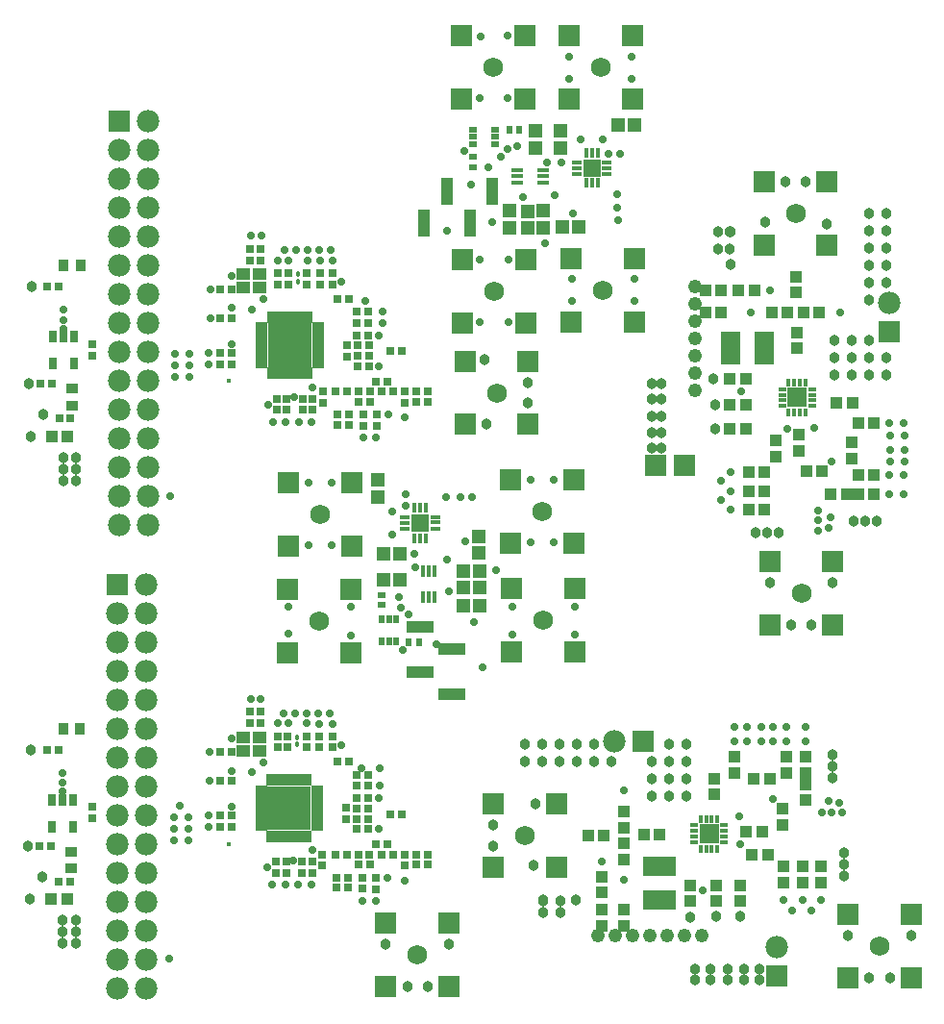
<source format=gts>
%FSLAX25Y25*%
%MOIN*%
G70*
G01*
G75*
G04 Layer_Color=8388736*
%ADD10R,0.07000X0.07000*%
%ADD11C,0.06000*%
%ADD12R,0.07000X0.07000*%
%ADD13R,0.06850X0.06850*%
%ADD14R,0.02756X0.03543*%
%ADD15R,0.03543X0.02756*%
%ADD16R,0.02362X0.01969*%
%ADD17R,0.03740X0.03347*%
%ADD18R,0.01969X0.02362*%
%ADD19R,0.14600X0.14600*%
%ADD20R,0.01102X0.03347*%
%ADD21R,0.03347X0.01102*%
%ADD22R,0.02362X0.03347*%
%ADD23R,0.03150X0.03543*%
%ADD24R,0.10630X0.06299*%
%ADD25R,0.03543X0.03150*%
%ADD26R,0.06850X0.06850*%
%ADD27R,0.05906X0.05906*%
%ADD28R,0.00394X0.00394*%
%ADD29R,0.02520X0.01102*%
%ADD30R,0.09016X0.03504*%
%ADD31R,0.03740X0.03740*%
%ADD32R,0.01024X0.03152*%
%ADD33R,0.01555X0.01969*%
%ADD34R,0.00906X0.02953*%
%ADD35R,0.02953X0.00906*%
%ADD36R,0.03740X0.03740*%
%ADD37R,0.01969X0.01575*%
%ADD38R,0.01575X0.01969*%
%ADD39R,0.06299X0.10630*%
%ADD40R,0.05906X0.05906*%
%ADD41R,0.00394X0.00394*%
%ADD42R,0.01102X0.02520*%
%ADD43R,0.01969X0.01555*%
%ADD44R,0.03152X0.01024*%
%ADD45R,0.03504X0.09016*%
%ADD46C,0.02000*%
%ADD47C,0.01800*%
%ADD48C,0.00800*%
%ADD49C,0.01200*%
%ADD50C,0.01000*%
%ADD51C,0.04000*%
%ADD52C,0.02500*%
%ADD53C,0.01600*%
%ADD54C,0.01400*%
%ADD55C,0.03000*%
%ADD56C,0.03500*%
%ADD57R,0.08000X0.04000*%
%ADD58R,0.06127X0.02573*%
%ADD59R,0.02300X0.05200*%
%ADD60R,0.11500X0.03000*%
%ADD61R,0.22500X0.04500*%
%ADD62R,0.06500X0.07500*%
%ADD63R,0.10500X0.12500*%
%ADD64R,0.09500X0.14000*%
%ADD65R,0.02500X0.03000*%
%ADD66R,0.00532X0.00500*%
%ADD67R,0.01300X0.01400*%
%ADD68R,0.00469X0.00500*%
%ADD69R,0.01500X0.01432*%
%ADD70R,0.01102X0.02520*%
%ADD71R,0.11000X0.07500*%
%ADD72R,0.30764X0.02754*%
%ADD73R,0.06000X0.03747*%
%ADD74R,0.24764X0.03746*%
%ADD75R,0.15000X0.10600*%
%ADD76R,0.07000X0.15000*%
%ADD77R,0.40000X0.14000*%
%ADD78R,0.21500X0.25500*%
%ADD79R,0.34000X0.08500*%
%ADD80R,0.06000X0.14000*%
%ADD81R,0.18736X0.08500*%
%ADD82R,0.18000X0.07000*%
%ADD83R,0.09000X0.04500*%
%ADD84R,0.05197X0.05197*%
%ADD85R,0.04500X0.09000*%
%ADD86R,0.07000X0.18000*%
%ADD87R,0.08500X0.18736*%
%ADD88R,0.14000X0.06000*%
%ADD89R,0.03746X0.06000*%
%ADD90R,0.08500X0.34000*%
%ADD91R,0.25500X0.21500*%
%ADD92R,0.14000X0.40000*%
%ADD93R,0.15000X0.07000*%
%ADD94R,0.10600X0.15000*%
%ADD95R,0.03746X0.24764*%
%ADD96R,0.02754X0.30764*%
%ADD97R,0.02300X0.05100*%
%ADD98R,0.02520X0.01102*%
%ADD99R,0.07500X0.11000*%
%ADD100R,0.00958X0.00358*%
%ADD101R,0.04000X0.03142*%
%ADD102R,0.03500X0.04000*%
%ADD103C,0.07000*%
%ADD104C,0.02000*%
%ADD105C,0.03000*%
%ADD106C,0.01000*%
%ADD107C,0.00800*%
%ADD108C,0.04000*%
%ADD109C,0.01299*%
%ADD110C,0.05000*%
%ADD111C,0.09200*%
%ADD112C,0.08200*%
%ADD113C,0.05000*%
%ADD114C,0.05500*%
%ADD115C,0.04800*%
%ADD116C,0.05299*%
%ADD117C,0.00984*%
%ADD118C,0.00787*%
%ADD119C,0.00600*%
%ADD120C,0.00200*%
%ADD121C,0.00100*%
%ADD122C,0.00500*%
%ADD123R,0.00100X0.00100*%
%ADD124R,0.07800X0.07800*%
%ADD125C,0.06800*%
%ADD126R,0.07800X0.07800*%
%ADD127R,0.07650X0.07650*%
%ADD128R,0.03556X0.04343*%
%ADD129R,0.04343X0.03556*%
%ADD130R,0.03162X0.02769*%
%ADD131R,0.04540X0.04147*%
%ADD132R,0.02769X0.03162*%
%ADD133R,0.01902X0.04147*%
%ADD134R,0.04147X0.01902*%
%ADD135R,0.03162X0.04147*%
%ADD136R,0.03950X0.04343*%
%ADD137R,0.11430X0.07099*%
%ADD138R,0.04343X0.03950*%
%ADD139R,0.07650X0.07650*%
%ADD140R,0.06706X0.06706*%
%ADD141R,0.02913X0.01496*%
%ADD142R,0.09816X0.04304*%
%ADD143R,0.04540X0.04540*%
%ADD144R,0.01824X0.03952*%
%ADD145R,0.02355X0.02769*%
%ADD146R,0.01706X0.03753*%
%ADD147R,0.03753X0.01706*%
%ADD148R,0.04540X0.04540*%
%ADD149R,0.02769X0.02375*%
%ADD150R,0.02375X0.02769*%
%ADD151R,0.07099X0.11430*%
%ADD152R,0.06706X0.06706*%
%ADD153R,0.01496X0.02913*%
%ADD154R,0.02769X0.02355*%
%ADD155R,0.03952X0.01824*%
%ADD156R,0.04304X0.09816*%
%ADD157R,0.01496X0.02913*%
%ADD158R,0.05997X0.05997*%
%ADD159R,0.02913X0.01496*%
%ADD160C,0.07800*%
%ADD161C,0.02800*%
%ADD162C,0.03800*%
%ADD163C,0.01800*%
%ADD164C,0.01600*%
%ADD165C,0.02099*%
G36*
X312423Y393545D02*
X310770D01*
Y397443D01*
X312423D01*
Y393545D01*
D02*
G37*
G36*
X310454D02*
X308801D01*
Y397443D01*
X310454D01*
Y393545D01*
D02*
G37*
G36*
X314392D02*
X312739D01*
Y397443D01*
X314392D01*
Y393545D01*
D02*
G37*
G36*
X318330D02*
X316677D01*
Y397443D01*
X318330D01*
Y393545D01*
D02*
G37*
G36*
X316361D02*
X314708D01*
Y397443D01*
X316361D01*
Y393545D01*
D02*
G37*
G36*
X326243Y389844D02*
X322345D01*
Y391498D01*
X326243D01*
Y389844D01*
D02*
G37*
G36*
X306755D02*
X302857D01*
Y391498D01*
X306755D01*
Y389844D01*
D02*
G37*
G36*
Y391813D02*
X302857D01*
Y393466D01*
X306755D01*
Y391813D01*
D02*
G37*
G36*
X308485Y393545D02*
X306832D01*
Y397443D01*
X308485D01*
Y393545D01*
D02*
G37*
G36*
X326243Y391813D02*
X322345D01*
Y393466D01*
X326243D01*
Y391813D01*
D02*
G37*
G36*
X316538Y534557D02*
X314884D01*
Y538455D01*
X316538D01*
Y534557D01*
D02*
G37*
G36*
X314569D02*
X312915D01*
Y538455D01*
X314569D01*
Y534557D01*
D02*
G37*
G36*
X318507D02*
X316853D01*
Y538455D01*
X318507D01*
Y534557D01*
D02*
G37*
G36*
X322445D02*
X320792D01*
Y538455D01*
X322445D01*
Y534557D01*
D02*
G37*
G36*
X320476D02*
X318823D01*
Y538455D01*
X320476D01*
Y534557D01*
D02*
G37*
G36*
X322268Y393545D02*
X320615D01*
Y397443D01*
X322268D01*
Y393545D01*
D02*
G37*
G36*
X320299D02*
X318646D01*
Y397443D01*
X320299D01*
Y393545D01*
D02*
G37*
G36*
X308662Y534557D02*
X307009D01*
Y538455D01*
X308662D01*
Y534557D01*
D02*
G37*
G36*
X312600D02*
X310946D01*
Y538455D01*
X312600D01*
Y534557D01*
D02*
G37*
G36*
X310631D02*
X308978D01*
Y538455D01*
X310631D01*
Y534557D01*
D02*
G37*
G36*
X326243Y387876D02*
X322345D01*
Y389529D01*
X326243D01*
Y387876D01*
D02*
G37*
G36*
X320299Y374057D02*
X318646D01*
Y377955D01*
X320299D01*
Y374057D01*
D02*
G37*
G36*
X318330D02*
X316677D01*
Y377955D01*
X318330D01*
Y374057D01*
D02*
G37*
G36*
X322268D02*
X320615D01*
Y377955D01*
X322268D01*
Y374057D01*
D02*
G37*
G36*
X326243Y378033D02*
X322345D01*
Y379687D01*
X326243D01*
Y378033D01*
D02*
G37*
G36*
X306755D02*
X302857D01*
Y379687D01*
X306755D01*
Y378033D01*
D02*
G37*
G36*
X310454Y374057D02*
X308801D01*
Y377955D01*
X310454D01*
Y374057D01*
D02*
G37*
G36*
X308485D02*
X306832D01*
Y377955D01*
X308485D01*
Y374057D01*
D02*
G37*
G36*
X312423D02*
X310770D01*
Y377955D01*
X312423D01*
Y374057D01*
D02*
G37*
G36*
X316361D02*
X314708D01*
Y377955D01*
X316361D01*
Y374057D01*
D02*
G37*
G36*
X314392D02*
X312739D01*
Y377955D01*
X314392D01*
Y374057D01*
D02*
G37*
G36*
X326243Y383939D02*
X322345D01*
Y385593D01*
X326243D01*
Y383939D01*
D02*
G37*
G36*
X306755D02*
X302857D01*
Y385593D01*
X306755D01*
Y383939D01*
D02*
G37*
G36*
Y385908D02*
X302857D01*
Y387561D01*
X306755D01*
Y385908D01*
D02*
G37*
G36*
Y387876D02*
X302857D01*
Y389529D01*
X306755D01*
Y387876D01*
D02*
G37*
G36*
X326243Y385908D02*
X322345D01*
Y387561D01*
X326243D01*
Y385908D01*
D02*
G37*
G36*
X306755Y380002D02*
X302857D01*
Y381656D01*
X306755D01*
Y380002D01*
D02*
G37*
G36*
X322100Y391187D02*
Y389613D01*
Y388087D01*
Y386513D01*
Y384987D01*
Y383413D01*
Y381887D01*
Y380313D01*
Y378200D01*
X307000D01*
Y380313D01*
Y381887D01*
Y383413D01*
Y384987D01*
Y386513D01*
Y388087D01*
Y389613D01*
Y391187D01*
Y393300D01*
X322100D01*
Y391187D01*
D02*
G37*
G36*
X326243Y380002D02*
X322345D01*
Y381656D01*
X326243D01*
Y380002D01*
D02*
G37*
G36*
Y381971D02*
X322345D01*
Y383624D01*
X326243D01*
Y381971D01*
D02*
G37*
G36*
X306755D02*
X302857D01*
Y383624D01*
X306755D01*
Y381971D01*
D02*
G37*
G36*
X326420Y544439D02*
X322522D01*
Y546093D01*
X326420D01*
Y544439D01*
D02*
G37*
G36*
X306931Y546408D02*
X303034D01*
Y548061D01*
X306931D01*
Y546408D01*
D02*
G37*
G36*
X326420D02*
X322522D01*
Y548061D01*
X326420D01*
Y546408D01*
D02*
G37*
G36*
X310631Y554045D02*
X308978D01*
Y557943D01*
X310631D01*
Y554045D01*
D02*
G37*
G36*
X308662D02*
X307009D01*
Y557943D01*
X308662D01*
Y554045D01*
D02*
G37*
G36*
X306931Y544439D02*
X303034D01*
Y546093D01*
X306931D01*
Y544439D01*
D02*
G37*
G36*
Y550345D02*
X303034D01*
Y551998D01*
X306931D01*
Y550345D01*
D02*
G37*
G36*
Y548376D02*
X303034D01*
Y550030D01*
X306931D01*
Y548376D01*
D02*
G37*
G36*
X326420D02*
X322522D01*
Y550030D01*
X326420D01*
Y548376D01*
D02*
G37*
G36*
Y552313D02*
X322522D01*
Y553967D01*
X326420D01*
Y552313D01*
D02*
G37*
G36*
X306931D02*
X303034D01*
Y553967D01*
X306931D01*
Y552313D01*
D02*
G37*
G36*
X326420Y550345D02*
X322522D01*
Y551998D01*
X326420D01*
Y550345D01*
D02*
G37*
G36*
X312600Y554045D02*
X310946D01*
Y557943D01*
X312600D01*
Y554045D01*
D02*
G37*
G36*
X306931Y540502D02*
X303034D01*
Y542156D01*
X306931D01*
Y540502D01*
D02*
G37*
G36*
X326420D02*
X322522D01*
Y542156D01*
X326420D01*
Y540502D01*
D02*
G37*
G36*
X322445Y554045D02*
X320792D01*
Y557943D01*
X322445D01*
Y554045D01*
D02*
G37*
G36*
X326420Y538533D02*
X322522D01*
Y540187D01*
X326420D01*
Y538533D01*
D02*
G37*
G36*
X306931D02*
X303034D01*
Y540187D01*
X306931D01*
Y538533D01*
D02*
G37*
G36*
X322277Y551687D02*
Y550113D01*
Y548587D01*
Y547013D01*
Y545487D01*
Y543913D01*
Y542387D01*
Y540813D01*
Y538700D01*
X307177D01*
Y540813D01*
Y542387D01*
Y543913D01*
Y545487D01*
Y547013D01*
Y548587D01*
Y550113D01*
Y551687D01*
Y553800D01*
X322277D01*
Y551687D01*
D02*
G37*
G36*
X306931Y542471D02*
X303034D01*
Y544124D01*
X306931D01*
Y542471D01*
D02*
G37*
G36*
X326420D02*
X322522D01*
Y544124D01*
X326420D01*
Y542471D01*
D02*
G37*
G36*
X314569Y554045D02*
X312915D01*
Y557943D01*
X314569D01*
Y554045D01*
D02*
G37*
G36*
X318507D02*
X316853D01*
Y557943D01*
X318507D01*
Y554045D01*
D02*
G37*
G36*
X320476D02*
X318823D01*
Y557943D01*
X320476D01*
Y554045D01*
D02*
G37*
G36*
X316538D02*
X314884D01*
Y557943D01*
X316538D01*
Y554045D01*
D02*
G37*
%LPC*%
G36*
X313964Y551687D02*
X312389D01*
Y550113D01*
X313964D01*
Y551687D01*
D02*
G37*
G36*
X310687Y384987D02*
X309113D01*
Y383413D01*
X310687D01*
Y384987D01*
D02*
G37*
G36*
X316887D02*
X315313D01*
Y383413D01*
X316887D01*
Y384987D01*
D02*
G37*
G36*
X313787D02*
X312213D01*
Y383413D01*
X313787D01*
Y384987D01*
D02*
G37*
G36*
Y381887D02*
X312213D01*
Y380313D01*
X313787D01*
Y381887D01*
D02*
G37*
G36*
X310687D02*
X309113D01*
Y380313D01*
X310687D01*
Y381887D01*
D02*
G37*
G36*
X320164Y551687D02*
X318589D01*
Y550113D01*
X320164D01*
Y551687D01*
D02*
G37*
G36*
X317064D02*
X315489D01*
Y550113D01*
X317064D01*
Y551687D01*
D02*
G37*
G36*
X319987Y381887D02*
X318413D01*
Y380313D01*
X319987D01*
Y381887D01*
D02*
G37*
G36*
X316887D02*
X315313D01*
Y380313D01*
X316887D01*
Y381887D01*
D02*
G37*
G36*
X320164Y545487D02*
X318589D01*
Y543913D01*
X320164D01*
Y545487D01*
D02*
G37*
G36*
X317064D02*
X315489D01*
Y543913D01*
X317064D01*
Y545487D01*
D02*
G37*
G36*
X310864Y548587D02*
X309289D01*
Y547013D01*
X310864D01*
Y548587D01*
D02*
G37*
G36*
X316887Y391187D02*
X315313D01*
Y389613D01*
X316887D01*
Y391187D01*
D02*
G37*
G36*
X319987D02*
X318413D01*
Y389613D01*
X319987D01*
Y391187D01*
D02*
G37*
G36*
X313964Y545487D02*
X312389D01*
Y543913D01*
X313964D01*
Y545487D01*
D02*
G37*
G36*
Y542387D02*
X312389D01*
Y540813D01*
X313964D01*
Y542387D01*
D02*
G37*
G36*
X310864D02*
X309289D01*
Y540813D01*
X310864D01*
Y542387D01*
D02*
G37*
G36*
X317064D02*
X315489D01*
Y540813D01*
X317064D01*
Y542387D01*
D02*
G37*
G36*
X310864Y545487D02*
X309289D01*
Y543913D01*
X310864D01*
Y545487D01*
D02*
G37*
G36*
X320164Y542387D02*
X318589D01*
Y540813D01*
X320164D01*
Y542387D01*
D02*
G37*
G36*
X310687Y388087D02*
X309113D01*
Y386513D01*
X310687D01*
Y388087D01*
D02*
G37*
G36*
X313787D02*
X312213D01*
Y386513D01*
X313787D01*
Y388087D01*
D02*
G37*
G36*
X320164Y548587D02*
X318589D01*
Y547013D01*
X320164D01*
Y548587D01*
D02*
G37*
G36*
X319987Y384987D02*
X318413D01*
Y383413D01*
X319987D01*
Y384987D01*
D02*
G37*
G36*
X310864Y551687D02*
X309289D01*
Y550113D01*
X310864D01*
Y551687D01*
D02*
G37*
G36*
X316887Y388087D02*
X315313D01*
Y386513D01*
X316887D01*
Y388087D01*
D02*
G37*
G36*
X310687Y391187D02*
X309113D01*
Y389613D01*
X310687D01*
Y391187D01*
D02*
G37*
G36*
X313787D02*
X312213D01*
Y389613D01*
X313787D01*
Y391187D01*
D02*
G37*
G36*
X313964Y548587D02*
X312389D01*
Y547013D01*
X313964D01*
Y548587D01*
D02*
G37*
G36*
X319987Y388087D02*
X318413D01*
Y386513D01*
X319987D01*
Y388087D01*
D02*
G37*
G36*
X317064Y548587D02*
X315489D01*
Y547013D01*
X317064D01*
Y548587D01*
D02*
G37*
%LPD*%
D28*
X457193Y372152D02*
D03*
X459161D02*
D03*
X461130Y371955D02*
D03*
X463098D02*
D03*
X457193Y382191D02*
D03*
X459161D02*
D03*
X461130D02*
D03*
X463098Y381994D02*
D03*
D41*
X486005Y531069D02*
D03*
Y529100D02*
D03*
X485808Y527132D02*
D03*
Y525163D02*
D03*
X496044Y531069D02*
D03*
Y529100D02*
D03*
Y527132D02*
D03*
X495848Y525163D02*
D03*
D115*
X421764Y341547D02*
D03*
X427764D02*
D03*
X433764D02*
D03*
X439764D02*
D03*
X445764D02*
D03*
X451764D02*
D03*
X457764D02*
D03*
X455400Y530498D02*
D03*
Y536498D02*
D03*
Y542498D02*
D03*
Y548498D02*
D03*
Y554498D02*
D03*
Y560498D02*
D03*
Y566498D02*
D03*
D123*
X314550Y385750D02*
D03*
X314727Y546250D02*
D03*
D124*
X314205Y498752D02*
D03*
X336205D02*
D03*
Y476752D02*
D03*
X314205D02*
D03*
X391272Y499638D02*
D03*
X413272D02*
D03*
Y477638D02*
D03*
X391272D02*
D03*
X314008Y461646D02*
D03*
X336008D02*
D03*
Y439646D02*
D03*
X314008D02*
D03*
X374619Y575960D02*
D03*
X396619D02*
D03*
Y553960D02*
D03*
X374619D02*
D03*
X255097Y463297D02*
D03*
X437264Y408923D02*
D03*
X441777Y504498D02*
D03*
X451777D02*
D03*
X255597Y623797D02*
D03*
D125*
X325205Y487752D02*
D03*
X402272Y488638D02*
D03*
X325008Y450646D02*
D03*
X402740Y450819D02*
D03*
X385619Y564960D02*
D03*
X385446Y642692D02*
D03*
X422552Y642495D02*
D03*
X423438Y565428D02*
D03*
X359053Y334861D02*
D03*
X519225Y338025D02*
D03*
X396300Y376300D02*
D03*
X386527Y529750D02*
D03*
X492154Y460261D02*
D03*
X490154Y591961D02*
D03*
D126*
X391740Y439819D02*
D03*
Y461819D02*
D03*
X413740D02*
D03*
Y439819D02*
D03*
X396446Y653692D02*
D03*
Y631692D02*
D03*
X374446D02*
D03*
Y653692D02*
D03*
X433552Y653495D02*
D03*
Y631495D02*
D03*
X411552D02*
D03*
Y653495D02*
D03*
X434438Y576428D02*
D03*
Y554428D02*
D03*
X412438D02*
D03*
Y576428D02*
D03*
X483700Y327500D02*
D03*
X522777Y550998D02*
D03*
D127*
X348129Y323936D02*
D03*
Y345786D02*
D03*
X369978D02*
D03*
Y323936D02*
D03*
X508300Y327100D02*
D03*
Y348950D02*
D03*
X530150D02*
D03*
Y327100D02*
D03*
X481228Y449336D02*
D03*
Y471186D02*
D03*
X503079D02*
D03*
Y449336D02*
D03*
X479228Y581036D02*
D03*
Y602886D02*
D03*
X501079D02*
D03*
Y581036D02*
D03*
D128*
X236144Y413297D02*
D03*
X242050D02*
D03*
X236321Y573797D02*
D03*
X242227D02*
D03*
D129*
X239097Y370750D02*
D03*
Y364844D02*
D03*
X239274Y531250D02*
D03*
Y525345D02*
D03*
D130*
X348518Y373250D02*
D03*
X344582D02*
D03*
X290581Y405250D02*
D03*
X294518D02*
D03*
X290581Y395250D02*
D03*
X294518D02*
D03*
X290581Y383250D02*
D03*
X294518D02*
D03*
X294518Y379250D02*
D03*
X290581D02*
D03*
X331255Y401900D02*
D03*
X335192D02*
D03*
X338082Y393750D02*
D03*
X342019D02*
D03*
X338082Y397250D02*
D03*
X342019D02*
D03*
X331082Y358250D02*
D03*
X335018D02*
D03*
X342019Y381950D02*
D03*
X338082D02*
D03*
X338082Y389250D02*
D03*
X342019D02*
D03*
X358581Y366250D02*
D03*
X362519D02*
D03*
X338519Y369750D02*
D03*
X342456D02*
D03*
X330550Y369750D02*
D03*
X334487D02*
D03*
X230529Y405997D02*
D03*
X234466D02*
D03*
X231966Y372497D02*
D03*
X228029D02*
D03*
X234629Y360297D02*
D03*
X238566D02*
D03*
X338082Y378550D02*
D03*
X342019D02*
D03*
X342019Y385750D02*
D03*
X338082D02*
D03*
X362519Y369750D02*
D03*
X358581D02*
D03*
X346582Y369750D02*
D03*
X350518D02*
D03*
X342518Y366250D02*
D03*
X338581D02*
D03*
X353519Y383750D02*
D03*
X349582D02*
D03*
X331082Y361750D02*
D03*
X335018D02*
D03*
X348695Y533750D02*
D03*
X344758D02*
D03*
X290758Y565750D02*
D03*
X294695D02*
D03*
X290758Y555750D02*
D03*
X294695D02*
D03*
X290758Y543750D02*
D03*
X294695D02*
D03*
X294695Y539750D02*
D03*
X290758D02*
D03*
X331432Y562400D02*
D03*
X335368D02*
D03*
X338032Y554000D02*
D03*
X341968D02*
D03*
X338032Y558000D02*
D03*
X341968D02*
D03*
X331258Y518750D02*
D03*
X335195D02*
D03*
X342195Y542450D02*
D03*
X338258D02*
D03*
X338032Y549700D02*
D03*
X341968D02*
D03*
X358758Y526750D02*
D03*
X362695D02*
D03*
X338695Y530250D02*
D03*
X342632D02*
D03*
X330727Y530250D02*
D03*
X334664D02*
D03*
X230705Y566497D02*
D03*
X234643D02*
D03*
X232142Y532997D02*
D03*
X228205D02*
D03*
X234805Y520797D02*
D03*
X238742D02*
D03*
X338258Y539050D02*
D03*
X342195D02*
D03*
X342195Y546250D02*
D03*
X338258D02*
D03*
X362695Y530250D02*
D03*
X358758D02*
D03*
X346758Y530250D02*
D03*
X350695D02*
D03*
X342695Y526750D02*
D03*
X338758D02*
D03*
X353695Y544250D02*
D03*
X349758D02*
D03*
X331258Y522250D02*
D03*
X335195D02*
D03*
D131*
X298550Y410278D02*
D03*
X304259D02*
D03*
Y405750D02*
D03*
X298550D02*
D03*
X298727Y570778D02*
D03*
X304435D02*
D03*
Y566250D02*
D03*
X298727D02*
D03*
D132*
X314050Y406781D02*
D03*
Y410718D02*
D03*
X300873Y419187D02*
D03*
Y415250D02*
D03*
X304550Y419187D02*
D03*
Y415250D02*
D03*
X310550Y410718D02*
D03*
Y406781D02*
D03*
X320550Y410718D02*
D03*
X320550Y406781D02*
D03*
X325050Y410718D02*
D03*
Y406781D02*
D03*
X329550Y410718D02*
D03*
Y406781D02*
D03*
X313550Y367218D02*
D03*
Y363281D02*
D03*
X310050Y367218D02*
D03*
Y363281D02*
D03*
X322550Y367218D02*
D03*
Y363281D02*
D03*
X340023Y361769D02*
D03*
Y357832D02*
D03*
X344623Y361668D02*
D03*
Y357732D02*
D03*
X354550Y369719D02*
D03*
Y365781D02*
D03*
X326050Y369719D02*
D03*
Y365781D02*
D03*
X334450Y385819D02*
D03*
Y381881D02*
D03*
X246223Y386169D02*
D03*
Y382231D02*
D03*
X319050Y367218D02*
D03*
Y363281D02*
D03*
X314227Y567281D02*
D03*
Y571218D02*
D03*
X301050Y579687D02*
D03*
Y575750D02*
D03*
X304727Y579687D02*
D03*
Y575750D02*
D03*
X310727Y571218D02*
D03*
Y567281D02*
D03*
X320727Y571218D02*
D03*
X320727Y567281D02*
D03*
X325227Y571218D02*
D03*
Y567281D02*
D03*
X329727Y571218D02*
D03*
Y567281D02*
D03*
X313727Y527718D02*
D03*
Y523781D02*
D03*
X310227Y527718D02*
D03*
Y523781D02*
D03*
X322727Y527718D02*
D03*
Y523781D02*
D03*
X340200Y522268D02*
D03*
Y518331D02*
D03*
X344800Y522168D02*
D03*
Y518231D02*
D03*
X354727Y530219D02*
D03*
Y526281D02*
D03*
X326227Y530219D02*
D03*
Y526281D02*
D03*
X334627Y546318D02*
D03*
Y542381D02*
D03*
X319227Y527718D02*
D03*
Y523781D02*
D03*
X246400Y546668D02*
D03*
Y542732D02*
D03*
D133*
X307659Y395494D02*
D03*
X309628D02*
D03*
X311596D02*
D03*
X313565D02*
D03*
X315534D02*
D03*
X317503D02*
D03*
X319473D02*
D03*
X321442D02*
D03*
Y376006D02*
D03*
X319473D02*
D03*
X317503D02*
D03*
X315534D02*
D03*
X313565D02*
D03*
X311596D02*
D03*
X309628D02*
D03*
X307659D02*
D03*
X307835Y555994D02*
D03*
X309804D02*
D03*
X311773D02*
D03*
X313742D02*
D03*
X315711D02*
D03*
X317680D02*
D03*
X319649D02*
D03*
X321618D02*
D03*
Y536506D02*
D03*
X319649D02*
D03*
X317680D02*
D03*
X315711D02*
D03*
X313742D02*
D03*
X311773D02*
D03*
X309804D02*
D03*
X307835D02*
D03*
D134*
X324294Y392640D02*
D03*
Y390671D02*
D03*
Y388703D02*
D03*
Y386734D02*
D03*
Y384766D02*
D03*
Y382797D02*
D03*
Y380829D02*
D03*
Y378860D02*
D03*
X304806D02*
D03*
Y380829D02*
D03*
Y382797D02*
D03*
Y384766D02*
D03*
Y386734D02*
D03*
Y388703D02*
D03*
Y390671D02*
D03*
Y392640D02*
D03*
X324471Y553140D02*
D03*
Y551171D02*
D03*
Y549203D02*
D03*
Y547234D02*
D03*
Y545266D02*
D03*
Y543297D02*
D03*
Y541329D02*
D03*
Y539360D02*
D03*
X304983D02*
D03*
Y541329D02*
D03*
Y543297D02*
D03*
Y545266D02*
D03*
Y547234D02*
D03*
Y549203D02*
D03*
Y551171D02*
D03*
Y553140D02*
D03*
D135*
X239785Y379320D02*
D03*
X232304D02*
D03*
Y388769D02*
D03*
X236045D02*
D03*
X239785D02*
D03*
X239961Y539820D02*
D03*
X232481D02*
D03*
Y549269D02*
D03*
X236221D02*
D03*
X239961D02*
D03*
D136*
X237479Y354200D02*
D03*
X231967D02*
D03*
X418244Y376300D02*
D03*
X423756D02*
D03*
X473008Y377547D02*
D03*
X478520D02*
D03*
X437544Y376700D02*
D03*
X443056D02*
D03*
X480520Y369547D02*
D03*
X475008D02*
D03*
X475744Y395800D02*
D03*
X481256D02*
D03*
X475910Y565261D02*
D03*
X470398D02*
D03*
X467398Y517261D02*
D03*
X472909D02*
D03*
X467398Y525761D02*
D03*
X472909D02*
D03*
X467398Y534761D02*
D03*
X472909D02*
D03*
X458898Y565261D02*
D03*
X464409D02*
D03*
X473898Y489261D02*
D03*
X479410D02*
D03*
X473898Y495761D02*
D03*
X479410D02*
D03*
X473898Y502261D02*
D03*
X479410D02*
D03*
X458898Y557761D02*
D03*
X464409D02*
D03*
X492898D02*
D03*
X498410D02*
D03*
X487409Y557761D02*
D03*
X481898D02*
D03*
X507909Y494761D02*
D03*
X502398D02*
D03*
X511898Y494761D02*
D03*
X517410D02*
D03*
X511898Y501261D02*
D03*
X517410D02*
D03*
X511898Y519261D02*
D03*
X517410D02*
D03*
X504398Y526261D02*
D03*
X509909D02*
D03*
X493898Y502761D02*
D03*
X499409D02*
D03*
X237656Y514700D02*
D03*
X232144D02*
D03*
D137*
X443000Y365587D02*
D03*
Y353776D02*
D03*
D138*
X423000Y362056D02*
D03*
Y356544D02*
D03*
X471000Y353544D02*
D03*
Y359056D02*
D03*
X462500Y353544D02*
D03*
Y359056D02*
D03*
X453500Y353544D02*
D03*
Y359056D02*
D03*
X423000Y345044D02*
D03*
Y350556D02*
D03*
X499000Y360044D02*
D03*
Y365556D02*
D03*
X492500Y360044D02*
D03*
Y365556D02*
D03*
X486000Y360044D02*
D03*
Y365556D02*
D03*
X430500Y345044D02*
D03*
Y350556D02*
D03*
Y379044D02*
D03*
Y384556D02*
D03*
X430500Y373556D02*
D03*
Y368044D02*
D03*
X493500Y394056D02*
D03*
Y388544D02*
D03*
X493500Y398044D02*
D03*
Y403556D02*
D03*
X487000Y398044D02*
D03*
Y403556D02*
D03*
X469000Y398044D02*
D03*
Y403556D02*
D03*
X462000Y390544D02*
D03*
Y396056D02*
D03*
X485500Y380044D02*
D03*
Y385556D02*
D03*
X490154Y570017D02*
D03*
Y564505D02*
D03*
X491400Y515253D02*
D03*
Y509742D02*
D03*
X490554Y550717D02*
D03*
Y545205D02*
D03*
X483400Y507742D02*
D03*
Y513253D02*
D03*
X509654Y512517D02*
D03*
Y507005D02*
D03*
D139*
X407225Y365375D02*
D03*
X385375D02*
D03*
Y387225D02*
D03*
X407225D02*
D03*
X375602Y540675D02*
D03*
X397452D02*
D03*
Y518825D02*
D03*
X375602D02*
D03*
D140*
X460146Y376876D02*
D03*
D141*
X465264Y379829D02*
D03*
Y377860D02*
D03*
Y375892D02*
D03*
X465264Y373923D02*
D03*
X455027Y379829D02*
D03*
Y377860D02*
D03*
Y375892D02*
D03*
Y373923D02*
D03*
D142*
X360016Y432988D02*
D03*
X371000Y425114D02*
D03*
X360016Y448736D02*
D03*
X371000Y440862D02*
D03*
D143*
X375008Y462358D02*
D03*
X380716D02*
D03*
X352961Y473874D02*
D03*
X347252D02*
D03*
X352961Y465016D02*
D03*
X347252D02*
D03*
X380618Y467969D02*
D03*
X374909D02*
D03*
Y456059D02*
D03*
X380618D02*
D03*
X414875Y587377D02*
D03*
X409166D02*
D03*
X428556Y622515D02*
D03*
X434265D02*
D03*
D144*
X360874Y458813D02*
D03*
X362921D02*
D03*
X364968D02*
D03*
X360874Y467870D02*
D03*
X362921D02*
D03*
X364968D02*
D03*
D145*
X346661Y451138D02*
D03*
Y443657D02*
D03*
X349220D02*
D03*
X351780D02*
D03*
X349220Y451138D02*
D03*
X351780D02*
D03*
D146*
X362016Y479386D02*
D03*
X360047D02*
D03*
X358079D02*
D03*
X362016Y489819D02*
D03*
X360047D02*
D03*
X358079D02*
D03*
X417532Y612968D02*
D03*
X419501D02*
D03*
X421469D02*
D03*
X417532Y602535D02*
D03*
X419599Y602495D02*
D03*
X421469Y602535D02*
D03*
D147*
X354732Y482732D02*
D03*
Y484701D02*
D03*
Y486669D02*
D03*
X365165Y482732D02*
D03*
X365205Y484799D02*
D03*
X365165Y486669D02*
D03*
X414186Y605684D02*
D03*
Y607653D02*
D03*
Y609621D02*
D03*
X424619Y605684D02*
D03*
Y607653D02*
D03*
Y609621D02*
D03*
D148*
X345185Y493756D02*
D03*
Y499465D02*
D03*
X380323Y480075D02*
D03*
Y474366D02*
D03*
X390859Y592791D02*
D03*
Y587082D02*
D03*
X402769D02*
D03*
Y592791D02*
D03*
X399816Y614739D02*
D03*
Y620448D02*
D03*
X408674Y614739D02*
D03*
Y620448D02*
D03*
X397158Y592692D02*
D03*
Y586983D02*
D03*
D149*
X346721Y459654D02*
D03*
Y456110D02*
D03*
X378221Y611641D02*
D03*
Y608098D02*
D03*
D150*
X356059Y443421D02*
D03*
X359602D02*
D03*
X394454Y620979D02*
D03*
X390910D02*
D03*
D151*
X479441Y545261D02*
D03*
X467630D02*
D03*
D152*
X490730Y528116D02*
D03*
D153*
X493682Y522998D02*
D03*
X491714D02*
D03*
X489745D02*
D03*
X487777Y522998D02*
D03*
X493682Y533234D02*
D03*
X491714D02*
D03*
X489745D02*
D03*
X487777D02*
D03*
D154*
X385938Y621039D02*
D03*
X378457D02*
D03*
Y618479D02*
D03*
Y615920D02*
D03*
X385938Y618479D02*
D03*
Y615920D02*
D03*
D155*
X393613Y606826D02*
D03*
Y604779D02*
D03*
Y602732D02*
D03*
X402670Y606826D02*
D03*
Y604779D02*
D03*
Y602732D02*
D03*
D156*
X369288Y599684D02*
D03*
X361414Y588700D02*
D03*
X385036Y599684D02*
D03*
X377162Y588700D02*
D03*
D157*
X461130Y371758D02*
D03*
X457193Y371758D02*
D03*
X459161D02*
D03*
X463098Y371758D02*
D03*
X457193Y381994D02*
D03*
X461130Y381994D02*
D03*
X459161Y381994D02*
D03*
X463098Y381994D02*
D03*
D158*
X360049Y484697D02*
D03*
X419497Y607651D02*
D03*
D159*
X485611Y527132D02*
D03*
X485611Y531068D02*
D03*
Y529100D02*
D03*
X485611Y525163D02*
D03*
X495848Y531068D02*
D03*
X495848Y527132D02*
D03*
X495848Y529100D02*
D03*
X495848Y525163D02*
D03*
D160*
X483700Y337500D02*
D03*
X265097Y323297D02*
D03*
Y333297D02*
D03*
Y343297D02*
D03*
Y353297D02*
D03*
Y363297D02*
D03*
Y373297D02*
D03*
Y383297D02*
D03*
Y393297D02*
D03*
Y403297D02*
D03*
Y413297D02*
D03*
Y423297D02*
D03*
Y433297D02*
D03*
Y443297D02*
D03*
Y453297D02*
D03*
Y463297D02*
D03*
X255097Y323297D02*
D03*
Y333297D02*
D03*
Y343297D02*
D03*
Y353297D02*
D03*
Y363297D02*
D03*
Y373297D02*
D03*
Y383297D02*
D03*
Y393297D02*
D03*
Y403297D02*
D03*
Y413297D02*
D03*
Y423297D02*
D03*
Y433297D02*
D03*
Y443297D02*
D03*
Y453297D02*
D03*
X427264Y408923D02*
D03*
X522777Y560998D02*
D03*
X265597Y483797D02*
D03*
Y493797D02*
D03*
Y503797D02*
D03*
Y513797D02*
D03*
Y523797D02*
D03*
Y533797D02*
D03*
Y543797D02*
D03*
Y553797D02*
D03*
Y563797D02*
D03*
Y573797D02*
D03*
Y583797D02*
D03*
Y593797D02*
D03*
Y603797D02*
D03*
Y613797D02*
D03*
Y623797D02*
D03*
X255597Y483797D02*
D03*
Y493797D02*
D03*
Y503797D02*
D03*
Y513797D02*
D03*
Y523797D02*
D03*
Y533797D02*
D03*
Y543797D02*
D03*
Y553797D02*
D03*
Y563797D02*
D03*
Y573797D02*
D03*
Y583797D02*
D03*
Y593797D02*
D03*
Y603797D02*
D03*
Y613797D02*
D03*
D161*
X319200Y390400D02*
D03*
Y387300D02*
D03*
Y384200D02*
D03*
Y381100D02*
D03*
X316100Y390400D02*
D03*
Y387300D02*
D03*
Y384200D02*
D03*
Y381100D02*
D03*
X313000Y390400D02*
D03*
Y387300D02*
D03*
Y384200D02*
D03*
Y381100D02*
D03*
X309900Y390400D02*
D03*
Y387300D02*
D03*
Y384200D02*
D03*
Y381100D02*
D03*
X319377Y550900D02*
D03*
Y547800D02*
D03*
Y544700D02*
D03*
Y541600D02*
D03*
X316277Y550900D02*
D03*
Y547800D02*
D03*
Y544700D02*
D03*
Y541600D02*
D03*
X313177Y550900D02*
D03*
Y547800D02*
D03*
Y544700D02*
D03*
Y541600D02*
D03*
X310077Y550900D02*
D03*
Y547800D02*
D03*
Y544700D02*
D03*
Y541600D02*
D03*
X304723Y423700D02*
D03*
X301223D02*
D03*
X322223Y359200D02*
D03*
X317723D02*
D03*
X308723D02*
D03*
X313223D02*
D03*
X312723Y418700D02*
D03*
X316723D02*
D03*
X320723D02*
D03*
X324723D02*
D03*
X328723D02*
D03*
X320723Y415200D02*
D03*
X325023Y415000D02*
D03*
X314223Y415200D02*
D03*
X276723Y386700D02*
D03*
X274723Y374700D02*
D03*
X279723D02*
D03*
Y378700D02*
D03*
X274723D02*
D03*
Y382700D02*
D03*
X279723D02*
D03*
X345550Y389250D02*
D03*
X329523Y415000D02*
D03*
X339550Y399750D02*
D03*
X235997Y394497D02*
D03*
Y391497D02*
D03*
Y397997D02*
D03*
X287050Y395250D02*
D03*
X322550Y371250D02*
D03*
X348723Y361750D02*
D03*
X344550Y353718D02*
D03*
X354550Y360750D02*
D03*
X340050Y353718D02*
D03*
X345519Y378550D02*
D03*
X346050Y393750D02*
D03*
X332550Y407750D02*
D03*
X305550Y401750D02*
D03*
X294578Y409778D02*
D03*
X287050Y405250D02*
D03*
X301550Y398250D02*
D03*
X294550Y398750D02*
D03*
X307050Y365250D02*
D03*
X316082Y367750D02*
D03*
X294550Y386250D02*
D03*
X286550Y379250D02*
D03*
Y383250D02*
D03*
X310550Y415187D02*
D03*
X272960Y333497D02*
D03*
X506261Y384146D02*
D03*
X505261Y387647D02*
D03*
X502761Y384146D02*
D03*
X499261D02*
D03*
X493500Y413800D02*
D03*
X487000D02*
D03*
X469000D02*
D03*
X482264Y414046D02*
D03*
X478264D02*
D03*
X473264D02*
D03*
Y409047D02*
D03*
X478264D02*
D03*
X482264D02*
D03*
X470500Y382800D02*
D03*
X458000Y357300D02*
D03*
X489000Y350300D02*
D03*
X495500D02*
D03*
X486000Y353800D02*
D03*
X492500D02*
D03*
X499000D02*
D03*
X423000Y367300D02*
D03*
X469000Y408800D02*
D03*
X487000D02*
D03*
X493500D02*
D03*
X482256Y388800D02*
D03*
X501500Y388300D02*
D03*
X430500Y391800D02*
D03*
Y360800D02*
D03*
X471000Y373300D02*
D03*
X352500Y458800D02*
D03*
X381701Y434504D02*
D03*
X378748Y450252D02*
D03*
X365756Y442772D02*
D03*
X369988Y460882D02*
D03*
X354043Y440606D02*
D03*
X353300Y455400D02*
D03*
X375598Y478303D02*
D03*
X377961Y493756D02*
D03*
X373827Y493559D02*
D03*
X369102D02*
D03*
X358079Y474071D02*
D03*
X356110Y453008D02*
D03*
X359850Y448776D02*
D03*
X369299Y471807D02*
D03*
X386228Y468362D02*
D03*
X358200Y469300D02*
D03*
X350205Y480764D02*
D03*
X355126Y490606D02*
D03*
X350205Y488638D02*
D03*
X355126Y494543D02*
D03*
X321268Y476925D02*
D03*
X329142D02*
D03*
X321268Y498579D02*
D03*
X329142D02*
D03*
X314181Y455567D02*
D03*
X335835D02*
D03*
Y445724D02*
D03*
X314281Y446224D02*
D03*
X406209Y499465D02*
D03*
X398335D02*
D03*
X406209Y477811D02*
D03*
X398335D02*
D03*
X391913Y445898D02*
D03*
X413567D02*
D03*
Y455740D02*
D03*
X391913D02*
D03*
X273137Y493997D02*
D03*
X310727Y575687D02*
D03*
X286727Y543750D02*
D03*
Y539750D02*
D03*
X294727Y546750D02*
D03*
X316258Y528250D02*
D03*
X307227Y525750D02*
D03*
X294727Y559250D02*
D03*
X301727Y558750D02*
D03*
X287227Y565750D02*
D03*
X294754Y570278D02*
D03*
X305727Y562250D02*
D03*
X332727Y568250D02*
D03*
X345696Y539050D02*
D03*
X340227Y514219D02*
D03*
X354727Y521250D02*
D03*
X344727Y514219D02*
D03*
X348900Y522250D02*
D03*
X322727Y531750D02*
D03*
X287227Y555750D02*
D03*
X487153Y517261D02*
D03*
X236174Y558497D02*
D03*
Y551997D02*
D03*
Y554997D02*
D03*
X474653Y557761D02*
D03*
X505653D02*
D03*
X502153Y486761D02*
D03*
X502654Y506005D02*
D03*
X522653Y494761D02*
D03*
Y501261D02*
D03*
Y519261D02*
D03*
X481153Y565261D02*
D03*
X467654Y489261D02*
D03*
Y495761D02*
D03*
Y502261D02*
D03*
X464153Y492761D02*
D03*
Y499261D02*
D03*
X471153Y530261D02*
D03*
X496654Y517761D02*
D03*
X329700Y575500D02*
D03*
X279900Y543200D02*
D03*
X274900D02*
D03*
Y539200D02*
D03*
X279900D02*
D03*
Y535200D02*
D03*
X274900D02*
D03*
X314400Y575700D02*
D03*
X325200Y575500D02*
D03*
X320900Y575700D02*
D03*
X328900Y579200D02*
D03*
X324900D02*
D03*
X320900D02*
D03*
X316900D02*
D03*
X312900D02*
D03*
X522900Y505998D02*
D03*
Y509998D02*
D03*
Y514998D02*
D03*
X527900D02*
D03*
Y509998D02*
D03*
Y505998D02*
D03*
X527654Y519261D02*
D03*
Y501261D02*
D03*
Y494761D02*
D03*
X390540Y575787D02*
D03*
Y554133D02*
D03*
X380698D02*
D03*
Y575787D02*
D03*
X412611Y569365D02*
D03*
Y561491D02*
D03*
X434265Y569365D02*
D03*
Y561491D02*
D03*
X381024Y653419D02*
D03*
X380524Y631865D02*
D03*
X390367D02*
D03*
Y653519D02*
D03*
X433379Y638558D02*
D03*
Y646432D02*
D03*
X411725Y638558D02*
D03*
Y646432D02*
D03*
X429343Y612574D02*
D03*
X423438Y617495D02*
D03*
X425406Y612574D02*
D03*
X415564Y617495D02*
D03*
X404100Y609500D02*
D03*
X403162Y581472D02*
D03*
X406607Y598401D02*
D03*
X383576Y607850D02*
D03*
X387808Y611590D02*
D03*
X408871Y609621D02*
D03*
X428359Y598598D02*
D03*
Y593873D02*
D03*
X428556Y589739D02*
D03*
X413103Y592102D02*
D03*
X390200Y614400D02*
D03*
X375406Y613657D02*
D03*
X395682Y597712D02*
D03*
X377572Y601944D02*
D03*
X385052Y588952D02*
D03*
X369304Y585999D02*
D03*
X393600Y615200D02*
D03*
X313400Y519700D02*
D03*
X308900D02*
D03*
X317900D02*
D03*
X322400D02*
D03*
X301400Y584200D02*
D03*
X304900D02*
D03*
X498000Y489000D02*
D03*
Y485500D02*
D03*
X501500Y483000D02*
D03*
X498000Y482000D02*
D03*
X345727Y549750D02*
D03*
X341000Y561500D02*
D03*
X347000Y558000D02*
D03*
Y554000D02*
D03*
X346000Y399500D02*
D03*
D162*
X355467Y323936D02*
D03*
X348129Y338448D02*
D03*
X362640Y323936D02*
D03*
X369978Y338448D02*
D03*
X224723Y354200D02*
D03*
X236097Y338797D02*
D03*
X240597D02*
D03*
X236097Y342797D02*
D03*
X240597D02*
D03*
Y346797D02*
D03*
X236097D02*
D03*
X229097Y361797D02*
D03*
X223997Y372497D02*
D03*
X224997Y405997D02*
D03*
X507000Y370300D02*
D03*
X413976Y353776D02*
D03*
X408764Y349547D02*
D03*
Y353547D02*
D03*
X402764Y353776D02*
D03*
Y353547D02*
D03*
Y349547D02*
D03*
X385375Y379886D02*
D03*
X515639Y327100D02*
D03*
X399886Y387225D02*
D03*
X508300Y341611D02*
D03*
X522811Y327100D02*
D03*
X530150Y341611D02*
D03*
X385375Y372714D02*
D03*
X399225Y365923D02*
D03*
X420264Y407923D02*
D03*
X414264D02*
D03*
X408264D02*
D03*
X402264D02*
D03*
X396264D02*
D03*
Y401923D02*
D03*
X402264D02*
D03*
X408264D02*
D03*
X414264D02*
D03*
X420264D02*
D03*
X426264D02*
D03*
X452264Y407923D02*
D03*
X446264D02*
D03*
X440264Y401923D02*
D03*
X446264D02*
D03*
X452264D02*
D03*
Y395923D02*
D03*
X446264D02*
D03*
X440264D02*
D03*
Y389923D02*
D03*
X446264D02*
D03*
X452264D02*
D03*
X455264Y329923D02*
D03*
Y326423D02*
D03*
X460764D02*
D03*
Y329923D02*
D03*
X466764D02*
D03*
Y326423D02*
D03*
X472264D02*
D03*
Y329923D02*
D03*
X477764D02*
D03*
Y326423D02*
D03*
X453500Y347800D02*
D03*
X462500Y348300D02*
D03*
X471000Y348300D02*
D03*
X503000Y404300D02*
D03*
Y400300D02*
D03*
Y396300D02*
D03*
X507000Y362300D02*
D03*
Y366300D02*
D03*
X225174Y566497D02*
D03*
X224174Y532997D02*
D03*
X229274Y522297D02*
D03*
X236274Y507297D02*
D03*
X240774D02*
D03*
Y503297D02*
D03*
X236274D02*
D03*
X240774Y499297D02*
D03*
X236274D02*
D03*
X480154Y481261D02*
D03*
X476154D02*
D03*
X510153Y485261D02*
D03*
X514153D02*
D03*
X518153D02*
D03*
X462153Y517261D02*
D03*
X462154Y525761D02*
D03*
X461654Y534761D02*
D03*
X440277Y510498D02*
D03*
X443777D02*
D03*
Y515998D02*
D03*
X440277D02*
D03*
Y521498D02*
D03*
X443777D02*
D03*
Y527498D02*
D03*
X440277D02*
D03*
Y532998D02*
D03*
X443777D02*
D03*
X503777Y535998D02*
D03*
Y541998D02*
D03*
Y547998D02*
D03*
X509777D02*
D03*
Y541998D02*
D03*
Y535998D02*
D03*
X515777D02*
D03*
Y541998D02*
D03*
Y547998D02*
D03*
X521777Y541998D02*
D03*
Y535998D02*
D03*
X515777Y561998D02*
D03*
Y567998D02*
D03*
Y573998D02*
D03*
Y579998D02*
D03*
Y585998D02*
D03*
Y591998D02*
D03*
X521777D02*
D03*
Y585998D02*
D03*
Y579998D02*
D03*
Y573998D02*
D03*
Y567998D02*
D03*
X479777Y589036D02*
D03*
X486567Y602886D02*
D03*
X503079Y463848D02*
D03*
X495740Y449336D02*
D03*
X481228Y463848D02*
D03*
X501079Y588375D02*
D03*
X382940Y518825D02*
D03*
X397452Y526164D02*
D03*
Y533336D02*
D03*
X382215Y541200D02*
D03*
X488567Y449336D02*
D03*
X493740Y602886D02*
D03*
X224900Y514700D02*
D03*
X463400Y585498D02*
D03*
X467400D02*
D03*
X467630D02*
D03*
X467400Y579498D02*
D03*
X463400D02*
D03*
X467630Y574285D02*
D03*
X484154Y481261D02*
D03*
D163*
X317323Y410300D02*
D03*
Y407800D02*
D03*
X317500Y568300D02*
D03*
Y570800D02*
D03*
D164*
X293597Y373297D02*
D03*
X293774Y533797D02*
D03*
X488761Y530084D02*
D03*
X490730D02*
D03*
X492698D02*
D03*
Y528116D02*
D03*
X490730D02*
D03*
X488761D02*
D03*
Y526147D02*
D03*
X490730D02*
D03*
X492698D02*
D03*
X458177Y378844D02*
D03*
X460146D02*
D03*
X462114D02*
D03*
Y376876D02*
D03*
X460146D02*
D03*
X458177D02*
D03*
Y374907D02*
D03*
X460146D02*
D03*
X462114D02*
D03*
D165*
X361347Y483402D02*
D03*
Y486000D02*
D03*
D03*
X358748D02*
D03*
Y483402D02*
D03*
X418202Y606354D02*
D03*
X420800D02*
D03*
D03*
Y608952D02*
D03*
X418202D02*
D03*
M02*

</source>
